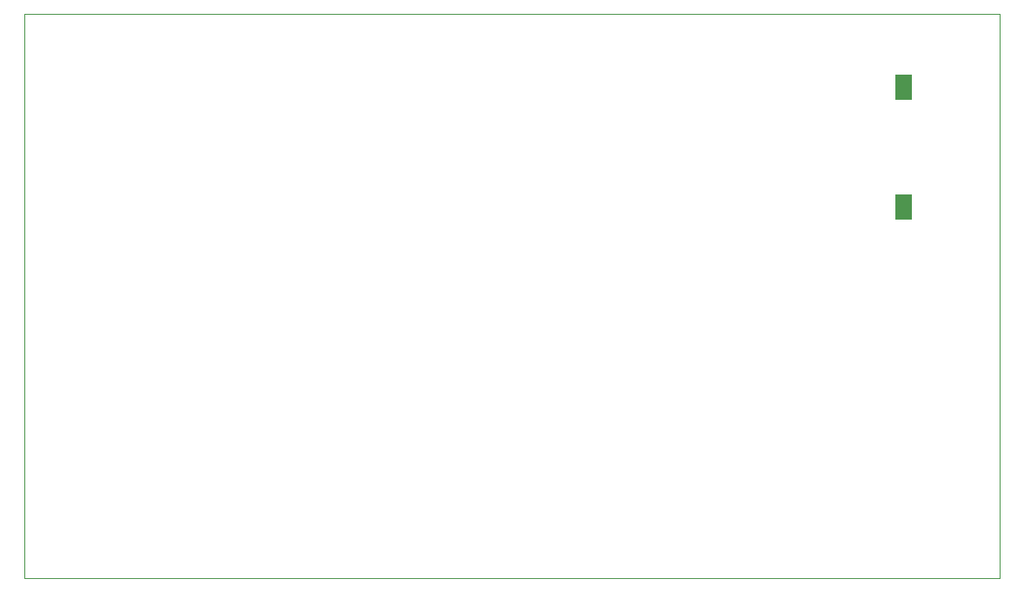
<source format=gko>
G04*
G04 #@! TF.GenerationSoftware,Altium Limited,Altium Designer,24.0.1 (36)*
G04*
G04 Layer_Color=16711935*
%FSLAX44Y44*%
%MOMM*%
G71*
G04*
G04 #@! TF.SameCoordinates,83D3E5EA-02E8-40D7-8CE6-FF436373F7BA*
G04*
G04*
G04 #@! TF.FilePolarity,Positive*
G04*
G01*
G75*
%ADD64C,0.0100*%
G36*
X864600Y349250D02*
Y373750D01*
X848600D01*
Y349250D01*
X864600D01*
D02*
G37*
G36*
Y466250D02*
Y490750D01*
X848600D01*
Y466250D01*
X864600D01*
D02*
G37*
D64*
X0Y0D02*
X950000D01*
X0Y550000D02*
X950000D01*
Y0D02*
Y550000D01*
X0Y0D02*
Y550000D01*
M02*

</source>
